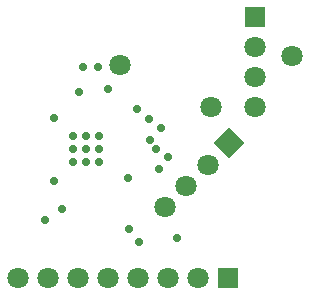
<source format=gbs>
G04 Layer_Color=16711935*
%FSLAX25Y25*%
%MOIN*%
G70*
G01*
G75*
%ADD70C,0.07099*%
%ADD71R,0.07099X0.07099*%
%ADD72P,0.10040X4X270.0*%
%ADD73R,0.07099X0.07099*%
%ADD74C,0.02800*%
D70*
X115000Y64500D02*
D03*
X84500Y78500D02*
D03*
X142000Y81500D02*
D03*
X129535Y74500D02*
D03*
Y84500D02*
D03*
Y64500D02*
D03*
X106660Y38315D02*
D03*
X113731Y45386D02*
D03*
X99589Y31244D02*
D03*
X60535Y7500D02*
D03*
X80535D02*
D03*
X100535D02*
D03*
X110535D02*
D03*
X90535D02*
D03*
X70535D02*
D03*
X50535D02*
D03*
D71*
X129535Y94500D02*
D03*
D72*
X120802Y52457D02*
D03*
D73*
X120535Y7500D02*
D03*
D74*
X87500Y24000D02*
D03*
X71000Y69497D02*
D03*
X62500Y61000D02*
D03*
X103500Y21000D02*
D03*
X96500Y50500D02*
D03*
X91000Y19500D02*
D03*
X62535Y40000D02*
D03*
X65035Y30500D02*
D03*
X59535Y27000D02*
D03*
X87035Y41000D02*
D03*
X77035Y77999D02*
D03*
X72035Y78000D02*
D03*
X80535Y70500D02*
D03*
X97535Y44000D02*
D03*
X94535Y53500D02*
D03*
X94035Y60500D02*
D03*
X90035Y64000D02*
D03*
X98035Y57500D02*
D03*
X100354Y47819D02*
D03*
X73035Y46339D02*
D03*
X68705Y55000D02*
D03*
X73035D02*
D03*
X77366D02*
D03*
X68705Y50669D02*
D03*
X73035D02*
D03*
X77366D02*
D03*
X68705Y46339D02*
D03*
X77366D02*
D03*
M02*

</source>
